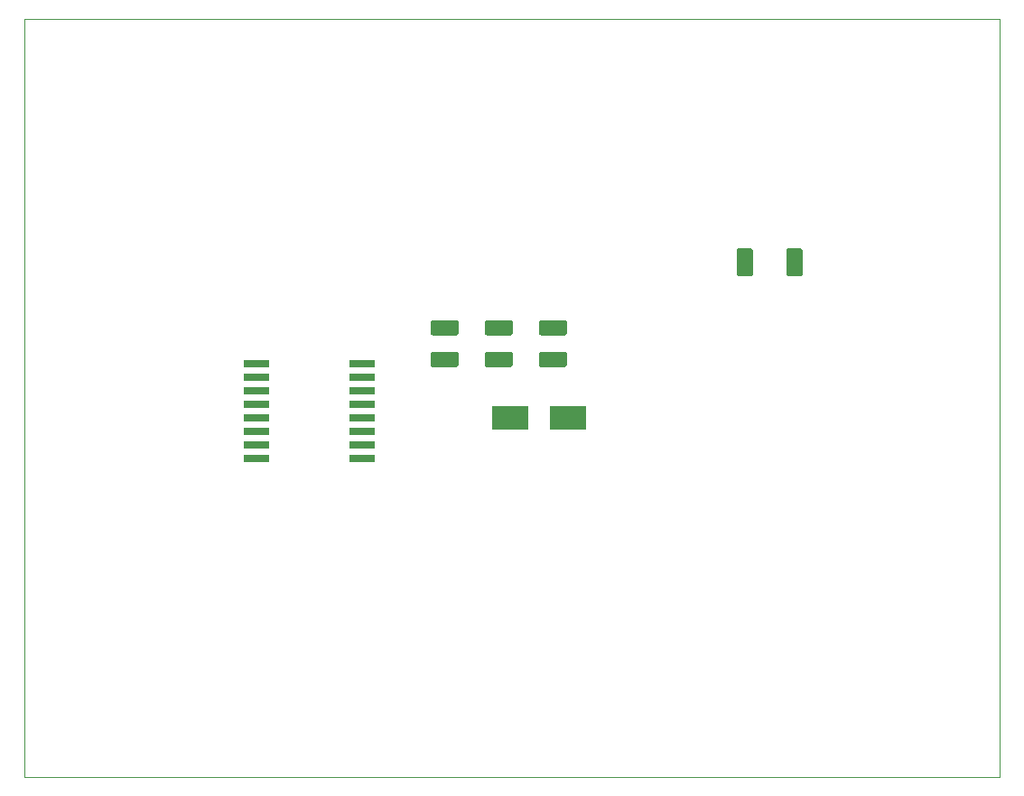
<source format=gbr>
G04 #@! TF.GenerationSoftware,KiCad,Pcbnew,(5.1.5)-3*
G04 #@! TF.CreationDate,2020-04-01T15:23:21+02:00*
G04 #@! TF.ProjectId,hbruecke,68627275-6563-46b6-952e-6b696361645f,rev?*
G04 #@! TF.SameCoordinates,Original*
G04 #@! TF.FileFunction,Paste,Top*
G04 #@! TF.FilePolarity,Positive*
%FSLAX46Y46*%
G04 Gerber Fmt 4.6, Leading zero omitted, Abs format (unit mm)*
G04 Created by KiCad (PCBNEW (5.1.5)-3) date 2020-04-01 15:23:21*
%MOMM*%
%LPD*%
G04 APERTURE LIST*
%ADD10C,0.050000*%
%ADD11R,2.375000X0.700000*%
%ADD12C,0.100000*%
%ADD13R,3.500000X2.300000*%
G04 APERTURE END LIST*
D10*
X154940000Y-77470000D02*
X63500000Y-77470000D01*
X154940000Y-148590000D02*
X154940000Y-77470000D01*
X63500000Y-148590000D02*
X154940000Y-148590000D01*
X63500000Y-77470000D02*
X63500000Y-148590000D01*
D11*
X85232000Y-118745000D03*
X85232000Y-117475000D03*
X85232000Y-116205000D03*
X85232000Y-114935000D03*
X85232000Y-113665000D03*
X85232000Y-112395000D03*
X85232000Y-111125000D03*
X85232000Y-109855000D03*
X95108000Y-109855000D03*
X95108000Y-111125000D03*
X95108000Y-112395000D03*
X95108000Y-113665000D03*
X95108000Y-114935000D03*
X95108000Y-116205000D03*
X95108000Y-117475000D03*
X95108000Y-118745000D03*
D12*
G36*
X103969504Y-108726204D02*
G01*
X103993773Y-108729804D01*
X104017571Y-108735765D01*
X104040671Y-108744030D01*
X104062849Y-108754520D01*
X104083893Y-108767133D01*
X104103598Y-108781747D01*
X104121777Y-108798223D01*
X104138253Y-108816402D01*
X104152867Y-108836107D01*
X104165480Y-108857151D01*
X104175970Y-108879329D01*
X104184235Y-108902429D01*
X104190196Y-108926227D01*
X104193796Y-108950496D01*
X104195000Y-108975000D01*
X104195000Y-109900000D01*
X104193796Y-109924504D01*
X104190196Y-109948773D01*
X104184235Y-109972571D01*
X104175970Y-109995671D01*
X104165480Y-110017849D01*
X104152867Y-110038893D01*
X104138253Y-110058598D01*
X104121777Y-110076777D01*
X104103598Y-110093253D01*
X104083893Y-110107867D01*
X104062849Y-110120480D01*
X104040671Y-110130970D01*
X104017571Y-110139235D01*
X103993773Y-110145196D01*
X103969504Y-110148796D01*
X103945000Y-110150000D01*
X101795000Y-110150000D01*
X101770496Y-110148796D01*
X101746227Y-110145196D01*
X101722429Y-110139235D01*
X101699329Y-110130970D01*
X101677151Y-110120480D01*
X101656107Y-110107867D01*
X101636402Y-110093253D01*
X101618223Y-110076777D01*
X101601747Y-110058598D01*
X101587133Y-110038893D01*
X101574520Y-110017849D01*
X101564030Y-109995671D01*
X101555765Y-109972571D01*
X101549804Y-109948773D01*
X101546204Y-109924504D01*
X101545000Y-109900000D01*
X101545000Y-108975000D01*
X101546204Y-108950496D01*
X101549804Y-108926227D01*
X101555765Y-108902429D01*
X101564030Y-108879329D01*
X101574520Y-108857151D01*
X101587133Y-108836107D01*
X101601747Y-108816402D01*
X101618223Y-108798223D01*
X101636402Y-108781747D01*
X101656107Y-108767133D01*
X101677151Y-108754520D01*
X101699329Y-108744030D01*
X101722429Y-108735765D01*
X101746227Y-108729804D01*
X101770496Y-108726204D01*
X101795000Y-108725000D01*
X103945000Y-108725000D01*
X103969504Y-108726204D01*
G37*
G36*
X103969504Y-105751204D02*
G01*
X103993773Y-105754804D01*
X104017571Y-105760765D01*
X104040671Y-105769030D01*
X104062849Y-105779520D01*
X104083893Y-105792133D01*
X104103598Y-105806747D01*
X104121777Y-105823223D01*
X104138253Y-105841402D01*
X104152867Y-105861107D01*
X104165480Y-105882151D01*
X104175970Y-105904329D01*
X104184235Y-105927429D01*
X104190196Y-105951227D01*
X104193796Y-105975496D01*
X104195000Y-106000000D01*
X104195000Y-106925000D01*
X104193796Y-106949504D01*
X104190196Y-106973773D01*
X104184235Y-106997571D01*
X104175970Y-107020671D01*
X104165480Y-107042849D01*
X104152867Y-107063893D01*
X104138253Y-107083598D01*
X104121777Y-107101777D01*
X104103598Y-107118253D01*
X104083893Y-107132867D01*
X104062849Y-107145480D01*
X104040671Y-107155970D01*
X104017571Y-107164235D01*
X103993773Y-107170196D01*
X103969504Y-107173796D01*
X103945000Y-107175000D01*
X101795000Y-107175000D01*
X101770496Y-107173796D01*
X101746227Y-107170196D01*
X101722429Y-107164235D01*
X101699329Y-107155970D01*
X101677151Y-107145480D01*
X101656107Y-107132867D01*
X101636402Y-107118253D01*
X101618223Y-107101777D01*
X101601747Y-107083598D01*
X101587133Y-107063893D01*
X101574520Y-107042849D01*
X101564030Y-107020671D01*
X101555765Y-106997571D01*
X101549804Y-106973773D01*
X101546204Y-106949504D01*
X101545000Y-106925000D01*
X101545000Y-106000000D01*
X101546204Y-105975496D01*
X101549804Y-105951227D01*
X101555765Y-105927429D01*
X101564030Y-105904329D01*
X101574520Y-105882151D01*
X101587133Y-105861107D01*
X101601747Y-105841402D01*
X101618223Y-105823223D01*
X101636402Y-105806747D01*
X101656107Y-105792133D01*
X101677151Y-105779520D01*
X101699329Y-105769030D01*
X101722429Y-105760765D01*
X101746227Y-105754804D01*
X101770496Y-105751204D01*
X101795000Y-105750000D01*
X103945000Y-105750000D01*
X103969504Y-105751204D01*
G37*
G36*
X109049504Y-105751204D02*
G01*
X109073773Y-105754804D01*
X109097571Y-105760765D01*
X109120671Y-105769030D01*
X109142849Y-105779520D01*
X109163893Y-105792133D01*
X109183598Y-105806747D01*
X109201777Y-105823223D01*
X109218253Y-105841402D01*
X109232867Y-105861107D01*
X109245480Y-105882151D01*
X109255970Y-105904329D01*
X109264235Y-105927429D01*
X109270196Y-105951227D01*
X109273796Y-105975496D01*
X109275000Y-106000000D01*
X109275000Y-106925000D01*
X109273796Y-106949504D01*
X109270196Y-106973773D01*
X109264235Y-106997571D01*
X109255970Y-107020671D01*
X109245480Y-107042849D01*
X109232867Y-107063893D01*
X109218253Y-107083598D01*
X109201777Y-107101777D01*
X109183598Y-107118253D01*
X109163893Y-107132867D01*
X109142849Y-107145480D01*
X109120671Y-107155970D01*
X109097571Y-107164235D01*
X109073773Y-107170196D01*
X109049504Y-107173796D01*
X109025000Y-107175000D01*
X106875000Y-107175000D01*
X106850496Y-107173796D01*
X106826227Y-107170196D01*
X106802429Y-107164235D01*
X106779329Y-107155970D01*
X106757151Y-107145480D01*
X106736107Y-107132867D01*
X106716402Y-107118253D01*
X106698223Y-107101777D01*
X106681747Y-107083598D01*
X106667133Y-107063893D01*
X106654520Y-107042849D01*
X106644030Y-107020671D01*
X106635765Y-106997571D01*
X106629804Y-106973773D01*
X106626204Y-106949504D01*
X106625000Y-106925000D01*
X106625000Y-106000000D01*
X106626204Y-105975496D01*
X106629804Y-105951227D01*
X106635765Y-105927429D01*
X106644030Y-105904329D01*
X106654520Y-105882151D01*
X106667133Y-105861107D01*
X106681747Y-105841402D01*
X106698223Y-105823223D01*
X106716402Y-105806747D01*
X106736107Y-105792133D01*
X106757151Y-105779520D01*
X106779329Y-105769030D01*
X106802429Y-105760765D01*
X106826227Y-105754804D01*
X106850496Y-105751204D01*
X106875000Y-105750000D01*
X109025000Y-105750000D01*
X109049504Y-105751204D01*
G37*
G36*
X109049504Y-108726204D02*
G01*
X109073773Y-108729804D01*
X109097571Y-108735765D01*
X109120671Y-108744030D01*
X109142849Y-108754520D01*
X109163893Y-108767133D01*
X109183598Y-108781747D01*
X109201777Y-108798223D01*
X109218253Y-108816402D01*
X109232867Y-108836107D01*
X109245480Y-108857151D01*
X109255970Y-108879329D01*
X109264235Y-108902429D01*
X109270196Y-108926227D01*
X109273796Y-108950496D01*
X109275000Y-108975000D01*
X109275000Y-109900000D01*
X109273796Y-109924504D01*
X109270196Y-109948773D01*
X109264235Y-109972571D01*
X109255970Y-109995671D01*
X109245480Y-110017849D01*
X109232867Y-110038893D01*
X109218253Y-110058598D01*
X109201777Y-110076777D01*
X109183598Y-110093253D01*
X109163893Y-110107867D01*
X109142849Y-110120480D01*
X109120671Y-110130970D01*
X109097571Y-110139235D01*
X109073773Y-110145196D01*
X109049504Y-110148796D01*
X109025000Y-110150000D01*
X106875000Y-110150000D01*
X106850496Y-110148796D01*
X106826227Y-110145196D01*
X106802429Y-110139235D01*
X106779329Y-110130970D01*
X106757151Y-110120480D01*
X106736107Y-110107867D01*
X106716402Y-110093253D01*
X106698223Y-110076777D01*
X106681747Y-110058598D01*
X106667133Y-110038893D01*
X106654520Y-110017849D01*
X106644030Y-109995671D01*
X106635765Y-109972571D01*
X106629804Y-109948773D01*
X106626204Y-109924504D01*
X106625000Y-109900000D01*
X106625000Y-108975000D01*
X106626204Y-108950496D01*
X106629804Y-108926227D01*
X106635765Y-108902429D01*
X106644030Y-108879329D01*
X106654520Y-108857151D01*
X106667133Y-108836107D01*
X106681747Y-108816402D01*
X106698223Y-108798223D01*
X106716402Y-108781747D01*
X106736107Y-108767133D01*
X106757151Y-108754520D01*
X106779329Y-108744030D01*
X106802429Y-108735765D01*
X106826227Y-108729804D01*
X106850496Y-108726204D01*
X106875000Y-108725000D01*
X109025000Y-108725000D01*
X109049504Y-108726204D01*
G37*
G36*
X114129504Y-108726204D02*
G01*
X114153773Y-108729804D01*
X114177571Y-108735765D01*
X114200671Y-108744030D01*
X114222849Y-108754520D01*
X114243893Y-108767133D01*
X114263598Y-108781747D01*
X114281777Y-108798223D01*
X114298253Y-108816402D01*
X114312867Y-108836107D01*
X114325480Y-108857151D01*
X114335970Y-108879329D01*
X114344235Y-108902429D01*
X114350196Y-108926227D01*
X114353796Y-108950496D01*
X114355000Y-108975000D01*
X114355000Y-109900000D01*
X114353796Y-109924504D01*
X114350196Y-109948773D01*
X114344235Y-109972571D01*
X114335970Y-109995671D01*
X114325480Y-110017849D01*
X114312867Y-110038893D01*
X114298253Y-110058598D01*
X114281777Y-110076777D01*
X114263598Y-110093253D01*
X114243893Y-110107867D01*
X114222849Y-110120480D01*
X114200671Y-110130970D01*
X114177571Y-110139235D01*
X114153773Y-110145196D01*
X114129504Y-110148796D01*
X114105000Y-110150000D01*
X111955000Y-110150000D01*
X111930496Y-110148796D01*
X111906227Y-110145196D01*
X111882429Y-110139235D01*
X111859329Y-110130970D01*
X111837151Y-110120480D01*
X111816107Y-110107867D01*
X111796402Y-110093253D01*
X111778223Y-110076777D01*
X111761747Y-110058598D01*
X111747133Y-110038893D01*
X111734520Y-110017849D01*
X111724030Y-109995671D01*
X111715765Y-109972571D01*
X111709804Y-109948773D01*
X111706204Y-109924504D01*
X111705000Y-109900000D01*
X111705000Y-108975000D01*
X111706204Y-108950496D01*
X111709804Y-108926227D01*
X111715765Y-108902429D01*
X111724030Y-108879329D01*
X111734520Y-108857151D01*
X111747133Y-108836107D01*
X111761747Y-108816402D01*
X111778223Y-108798223D01*
X111796402Y-108781747D01*
X111816107Y-108767133D01*
X111837151Y-108754520D01*
X111859329Y-108744030D01*
X111882429Y-108735765D01*
X111906227Y-108729804D01*
X111930496Y-108726204D01*
X111955000Y-108725000D01*
X114105000Y-108725000D01*
X114129504Y-108726204D01*
G37*
G36*
X114129504Y-105751204D02*
G01*
X114153773Y-105754804D01*
X114177571Y-105760765D01*
X114200671Y-105769030D01*
X114222849Y-105779520D01*
X114243893Y-105792133D01*
X114263598Y-105806747D01*
X114281777Y-105823223D01*
X114298253Y-105841402D01*
X114312867Y-105861107D01*
X114325480Y-105882151D01*
X114335970Y-105904329D01*
X114344235Y-105927429D01*
X114350196Y-105951227D01*
X114353796Y-105975496D01*
X114355000Y-106000000D01*
X114355000Y-106925000D01*
X114353796Y-106949504D01*
X114350196Y-106973773D01*
X114344235Y-106997571D01*
X114335970Y-107020671D01*
X114325480Y-107042849D01*
X114312867Y-107063893D01*
X114298253Y-107083598D01*
X114281777Y-107101777D01*
X114263598Y-107118253D01*
X114243893Y-107132867D01*
X114222849Y-107145480D01*
X114200671Y-107155970D01*
X114177571Y-107164235D01*
X114153773Y-107170196D01*
X114129504Y-107173796D01*
X114105000Y-107175000D01*
X111955000Y-107175000D01*
X111930496Y-107173796D01*
X111906227Y-107170196D01*
X111882429Y-107164235D01*
X111859329Y-107155970D01*
X111837151Y-107145480D01*
X111816107Y-107132867D01*
X111796402Y-107118253D01*
X111778223Y-107101777D01*
X111761747Y-107083598D01*
X111747133Y-107063893D01*
X111734520Y-107042849D01*
X111724030Y-107020671D01*
X111715765Y-106997571D01*
X111709804Y-106973773D01*
X111706204Y-106949504D01*
X111705000Y-106925000D01*
X111705000Y-106000000D01*
X111706204Y-105975496D01*
X111709804Y-105951227D01*
X111715765Y-105927429D01*
X111724030Y-105904329D01*
X111734520Y-105882151D01*
X111747133Y-105861107D01*
X111761747Y-105841402D01*
X111778223Y-105823223D01*
X111796402Y-105806747D01*
X111816107Y-105792133D01*
X111837151Y-105779520D01*
X111859329Y-105769030D01*
X111882429Y-105760765D01*
X111906227Y-105754804D01*
X111930496Y-105751204D01*
X111955000Y-105750000D01*
X114105000Y-105750000D01*
X114129504Y-105751204D01*
G37*
G36*
X131549505Y-99006204D02*
G01*
X131573773Y-99009804D01*
X131597572Y-99015765D01*
X131620671Y-99024030D01*
X131642850Y-99034520D01*
X131663893Y-99047132D01*
X131683599Y-99061747D01*
X131701777Y-99078223D01*
X131718253Y-99096401D01*
X131732868Y-99116107D01*
X131745480Y-99137150D01*
X131755970Y-99159329D01*
X131764235Y-99182428D01*
X131770196Y-99206227D01*
X131773796Y-99230495D01*
X131775000Y-99254999D01*
X131775000Y-101405001D01*
X131773796Y-101429505D01*
X131770196Y-101453773D01*
X131764235Y-101477572D01*
X131755970Y-101500671D01*
X131745480Y-101522850D01*
X131732868Y-101543893D01*
X131718253Y-101563599D01*
X131701777Y-101581777D01*
X131683599Y-101598253D01*
X131663893Y-101612868D01*
X131642850Y-101625480D01*
X131620671Y-101635970D01*
X131597572Y-101644235D01*
X131573773Y-101650196D01*
X131549505Y-101653796D01*
X131525001Y-101655000D01*
X130499999Y-101655000D01*
X130475495Y-101653796D01*
X130451227Y-101650196D01*
X130427428Y-101644235D01*
X130404329Y-101635970D01*
X130382150Y-101625480D01*
X130361107Y-101612868D01*
X130341401Y-101598253D01*
X130323223Y-101581777D01*
X130306747Y-101563599D01*
X130292132Y-101543893D01*
X130279520Y-101522850D01*
X130269030Y-101500671D01*
X130260765Y-101477572D01*
X130254804Y-101453773D01*
X130251204Y-101429505D01*
X130250000Y-101405001D01*
X130250000Y-99254999D01*
X130251204Y-99230495D01*
X130254804Y-99206227D01*
X130260765Y-99182428D01*
X130269030Y-99159329D01*
X130279520Y-99137150D01*
X130292132Y-99116107D01*
X130306747Y-99096401D01*
X130323223Y-99078223D01*
X130341401Y-99061747D01*
X130361107Y-99047132D01*
X130382150Y-99034520D01*
X130404329Y-99024030D01*
X130427428Y-99015765D01*
X130451227Y-99009804D01*
X130475495Y-99006204D01*
X130499999Y-99005000D01*
X131525001Y-99005000D01*
X131549505Y-99006204D01*
G37*
G36*
X136224505Y-99006204D02*
G01*
X136248773Y-99009804D01*
X136272572Y-99015765D01*
X136295671Y-99024030D01*
X136317850Y-99034520D01*
X136338893Y-99047132D01*
X136358599Y-99061747D01*
X136376777Y-99078223D01*
X136393253Y-99096401D01*
X136407868Y-99116107D01*
X136420480Y-99137150D01*
X136430970Y-99159329D01*
X136439235Y-99182428D01*
X136445196Y-99206227D01*
X136448796Y-99230495D01*
X136450000Y-99254999D01*
X136450000Y-101405001D01*
X136448796Y-101429505D01*
X136445196Y-101453773D01*
X136439235Y-101477572D01*
X136430970Y-101500671D01*
X136420480Y-101522850D01*
X136407868Y-101543893D01*
X136393253Y-101563599D01*
X136376777Y-101581777D01*
X136358599Y-101598253D01*
X136338893Y-101612868D01*
X136317850Y-101625480D01*
X136295671Y-101635970D01*
X136272572Y-101644235D01*
X136248773Y-101650196D01*
X136224505Y-101653796D01*
X136200001Y-101655000D01*
X135174999Y-101655000D01*
X135150495Y-101653796D01*
X135126227Y-101650196D01*
X135102428Y-101644235D01*
X135079329Y-101635970D01*
X135057150Y-101625480D01*
X135036107Y-101612868D01*
X135016401Y-101598253D01*
X134998223Y-101581777D01*
X134981747Y-101563599D01*
X134967132Y-101543893D01*
X134954520Y-101522850D01*
X134944030Y-101500671D01*
X134935765Y-101477572D01*
X134929804Y-101453773D01*
X134926204Y-101429505D01*
X134925000Y-101405001D01*
X134925000Y-99254999D01*
X134926204Y-99230495D01*
X134929804Y-99206227D01*
X134935765Y-99182428D01*
X134944030Y-99159329D01*
X134954520Y-99137150D01*
X134967132Y-99116107D01*
X134981747Y-99096401D01*
X134998223Y-99078223D01*
X135016401Y-99061747D01*
X135036107Y-99047132D01*
X135057150Y-99034520D01*
X135079329Y-99024030D01*
X135102428Y-99015765D01*
X135126227Y-99009804D01*
X135150495Y-99006204D01*
X135174999Y-99005000D01*
X136200001Y-99005000D01*
X136224505Y-99006204D01*
G37*
D13*
X114460000Y-114935000D03*
X109060000Y-114935000D03*
M02*

</source>
